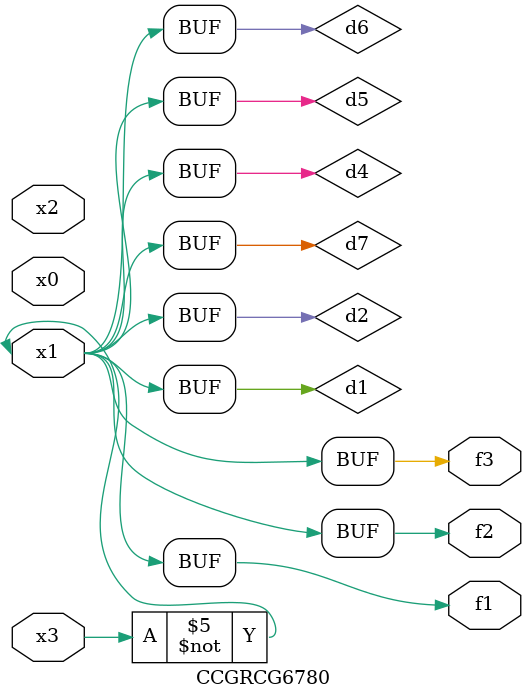
<source format=v>
module CCGRCG6780(
	input x0, x1, x2, x3,
	output f1, f2, f3
);

	wire d1, d2, d3, d4, d5, d6, d7;

	not (d1, x3);
	buf (d2, x1);
	xnor (d3, d1, d2);
	nor (d4, d1);
	buf (d5, d1, d2);
	buf (d6, d4, d5);
	nand (d7, d4);
	assign f1 = d6;
	assign f2 = d7;
	assign f3 = d6;
endmodule

</source>
